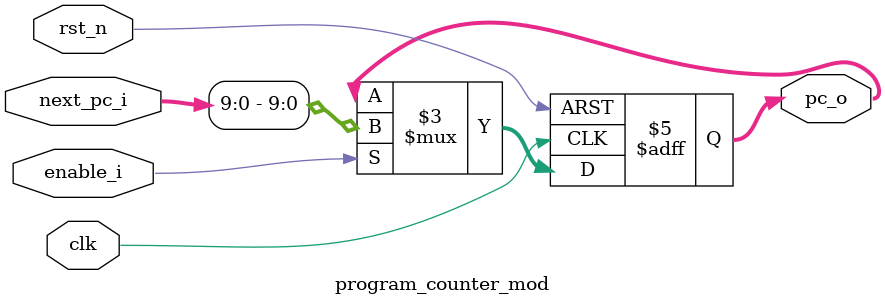
<source format=sv>


module program_counter_mod #(parameter N = 10)( 
  input  wire      	 	clk,
  input  wire      	 	rst_n,
  input  wire      	 	enable_i,
  // ----------------------------------
  // Data Inputs
  // ----------------------------------
  input  wire      	 	[31:0]next_pc_i,
  

  // ----------------------------------
  // Outputs
  // ----------------------------------
  output reg      	   	 [N-1:0]pc_o
);

  always @(posedge clk or negedge rst_n) begin
    if(~rst_n) begin
      pc_o <= {N{1'b0}};
    end
    else begin
      if(enable_i) begin
        pc_o <= next_pc_i[N-1:0];
      end
    end
  end

  
endmodule  


</source>
